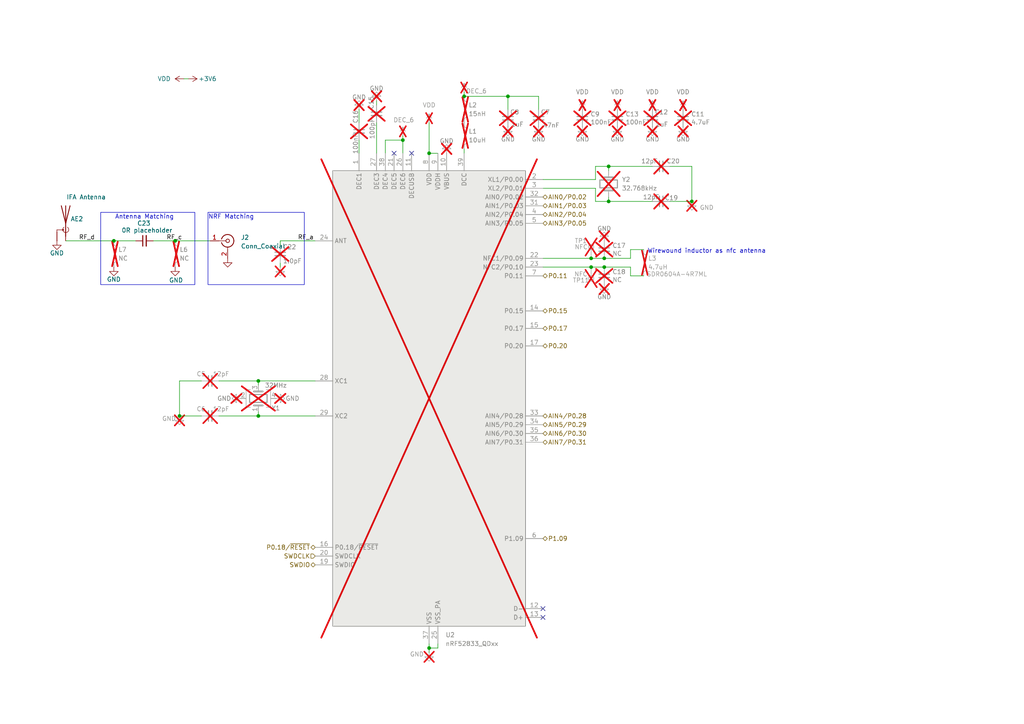
<source format=kicad_sch>
(kicad_sch (version 20231120) (generator "eeschema") (generator_version "8.0")
  (paper "A4")
  (lib_symbols
    (symbol "Connector:Conn_Coaxial" (pin_names (offset 1.016) hide)
      (property "Reference" "J" (at 0.254 3.048 0))
      (property "Value" "Conn_Coaxial" (at 2.921 0 90))
      (symbol "Conn_Coaxial_0_1"
        (arc (start -1.778 -0.508) (mid 0.2311 -1.8066) (end 1.778 0) (stroke (width 0.254)))
        (polyline (pts (xy -2.54 0) (xy -0.508 0)))
        (polyline (pts (xy 0 -2.54) (xy 0 -1.778)))
        (circle (center 0 0) (radius 0.508) (stroke (width 0.2032)))
        (arc (start 1.778 0) (mid 0.2099 1.8101) (end -1.778 0.508) (stroke (width 0.254)))
      )
      (symbol "Conn_Coaxial_1_1"
        (pin passive line (at -5.08 0 0) (length 2.54) (name "In") (number "1"))
        (pin passive line (at 0 -5.08 90) (length 2.54) (name "Ext") (number "2"))
      )
    )
    (symbol "Connector:TestPoint" (pin_numbers hide) (pin_names (offset 0.762) hide)
      (property "Reference" "TP" (at 0 6.858 0))
      (property "Value" "TestPoint" (at 0 5.08 0))
      (symbol "TestPoint_0_1"
        (circle (center 0 3.302) (radius 0.762))
      )
      (symbol "TestPoint_1_1"
        (pin passive line (at 0 0 90) (length 2.54) (name "1") (number "1"))
      )
    )
    (symbol "Device:Antenna_Shield" (pin_numbers hide) (pin_names (offset 1.016) hide)
      (property "Reference" "AE" (at -1.905 4.445 0))
      (property "Value" "Antenna_Shield" (at -1.905 2.54 0))
      (symbol "Antenna_Shield_0_1"
        (arc (start -0.508 -1.143) (mid -0.8429 -2.1194) (end 0 -2.667))
        (arc (start 0 -2.667) (mid 0.7989 -2.1052) (end 0.508 -1.143))
        (polyline (pts (xy 0 -2.54) (xy 0 0)))
        (polyline (pts (xy 0 5.08) (xy 0 -3.81)) (stroke (width 0.254)))
        (polyline (pts (xy 0.762 -1.905) (xy 2.54 -1.905)))
        (polyline (pts (xy 2.54 -2.54) (xy 2.54 -1.905)))
        (polyline (pts (xy 1.27 5.08) (xy 0 0) (xy -1.27 5.08)) (stroke (width 0.254)))
        (circle (center 0.762 -1.905) (radius 0.1778) (fill (type outline)))
      )
      (symbol "Antenna_Shield_1_1"
        (pin input line (at 0 -5.08 90) (length 2.54) (name "A") (number "1"))
        (pin input line (at 2.54 -5.08 90) (length 2.54) (name "Shield") (number "2"))
      )
    )
    (symbol "Device:C_Small" (pin_numbers hide) (pin_names (offset 0.254) hide)
      (property "Reference" "C" (at 0.254 1.778 0))
      (property "Value" "C_Small" (at 0.254 -2.032 0))
      (symbol "C_Small_0_1"
        (polyline (pts (xy -1.524 -0.508) (xy 1.524 -0.508)) (stroke (width 0.3302)))
        (polyline (pts (xy -1.524 0.508) (xy 1.524 0.508)) (stroke (width 0.3048)))
      )
      (symbol "C_Small_1_1"
        (pin passive line (at 0 2.54 270) (length 2.032) (name "~") (number "1"))
        (pin passive line (at 0 -2.54 90) (length 2.032) (name "~") (number "2"))
      )
    )
    (symbol "Device:Crystal" (pin_numbers hide) (pin_names (offset 1.016) hide)
      (property "Reference" "Y" (at 0 3.81 0))
      (property "Value" "Crystal" (at 0 -3.81 0))
      (symbol "Crystal_0_1"
        (rectangle (start -1.143 2.54) (end 1.143 -2.54) (stroke (width 0.3048)))
        (polyline (pts (xy -2.54 0) (xy -1.905 0)))
        (polyline (pts (xy -1.905 -1.27) (xy -1.905 1.27)) (stroke (width 0.508)))
        (polyline (pts (xy 1.905 -1.27) (xy 1.905 1.27)) (stroke (width 0.508)))
        (polyline (pts (xy 2.54 0) (xy 1.905 0)))
      )
      (symbol "Crystal_1_1"
        (pin passive line (at -3.81 0 0) (length 1.27) (name "1") (number "1"))
        (pin passive line (at 3.81 0 180) (length 1.27) (name "2") (number "2"))
      )
    )
    (symbol "Device:Crystal_GND24" (pin_names (offset 1.016) hide)
      (property "Reference" "Y" (at 3.175 5.08 0))
      (property "Value" "Crystal_GND24" (at 3.175 3.175 0))
      (symbol "Crystal_GND24_0_1"
        (rectangle (start -1.143 2.54) (end 1.143 -2.54) (stroke (width 0.3048)))
        (polyline (pts (xy -2.54 0) (xy -2.032 0)))
        (polyline (pts (xy -2.032 -1.27) (xy -2.032 1.27)) (stroke (width 0.508)))
        (polyline (pts (xy 0 -3.81) (xy 0 -3.556)))
        (polyline (pts (xy 0 3.556) (xy 0 3.81)))
        (polyline (pts (xy 2.032 -1.27) (xy 2.032 1.27)) (stroke (width 0.508)))
        (polyline (pts (xy 2.032 0) (xy 2.54 0)))
        (polyline (pts (xy -2.54 -2.286) (xy -2.54 -3.556) (xy 2.54 -3.556) (xy 2.54 -2.286)))
        (polyline (pts (xy -2.54 2.286) (xy -2.54 3.556) (xy 2.54 3.556) (xy 2.54 2.286)))
      )
      (symbol "Crystal_GND24_1_1"
        (pin passive line (at -3.81 0 0) (length 1.27) (name "1") (number "1"))
        (pin passive line (at 0 5.08 270) (length 1.27) (name "2") (number "2"))
        (pin passive line (at 3.81 0 180) (length 1.27) (name "3") (number "3"))
        (pin passive line (at 0 -5.08 90) (length 1.27) (name "4") (number "4"))
      )
    )
    (symbol "Device:L" (pin_numbers hide) (pin_names (offset 1.016) hide)
      (property "Reference" "L" (at -1.27 0 90))
      (property "Value" "L" (at 1.905 0 90))
      (symbol "L_0_1"
        (arc (start 0 -2.54) (mid 0.6323 -1.905) (end 0 -1.27))
        (arc (start 0 -1.27) (mid 0.6323 -0.635) (end 0 0))
        (arc (start 0 0) (mid 0.6323 0.635) (end 0 1.27))
        (arc (start 0 1.27) (mid 0.6323 1.905) (end 0 2.54))
      )
      (symbol "L_1_1"
        (pin passive line (at 0 3.81 270) (length 1.27) (name "1") (number "1"))
        (pin passive line (at 0 -3.81 90) (length 1.27) (name "2") (number "2"))
      )
    )
    (symbol "MCU_Nordic:nRF52833_QDxx"
      (property "Reference" "U" (at 0 5.08 0))
      (property "Value" "nRF52833_QDxx" (at 0 2.54 0))
      (symbol "nRF52833_QDxx_0_1"
        (rectangle (start -27.94 66.04) (end 27.94 -66.04) (stroke (width 0.254)) (fill (type background)))
      )
      (symbol "nRF52833_QDxx_1_1"
        (pin passive line (at -20.32 71.12 270) (length 5.08) (name "DEC1") (number "1"))
        (pin power_in line (at 5.08 71.12 270) (length 5.08) (name "VBUS") (number "10"))
        (pin passive line (at -5.08 71.12 270) (length 5.08) (name "DECUSB") (number "11"))
        (pin bidirectional line (at 33.02 -60.96 180) (length 5.08) (name "D-") (number "12"))
        (pin bidirectional line (at 33.02 -63.5 180) (length 5.08) (name "D+") (number "13"))
        (pin bidirectional line (at 33.02 25.4 180) (length 5.08) (name "P0.15") (number "14"))
        (pin bidirectional line (at 33.02 20.32 180) (length 5.08) (name "P0.17") (number "15"))
        (pin bidirectional line (at -33.02 -43.18 0) (length 5.08) (name "P0.18/~{RESET}") (number "16"))
        (pin bidirectional line (at 33.02 15.24 180) (length 5.08) (name "P0.20") (number "17"))
        (pin passive line (at 0 71.12 270) (length 5.08) hide (name "VDD") (number "18"))
        (pin bidirectional line (at -33.02 -48.26 0) (length 5.08) (name "SWDIO") (number "19"))
        (pin bidirectional line (at 33.02 63.5 180) (length 5.08) (name "XL1/P0.00") (number "2"))
        (pin input line (at -33.02 -45.72 0) (length 5.08) (name "SWDCLK") (number "20"))
        (pin passive line (at -10.16 71.12 270) (length 5.08) (name "DEC5") (number "21"))
        (pin bidirectional line (at 33.02 40.64 180) (length 5.08) (name "NFC1/P0.09") (number "22"))
        (pin bidirectional line (at 33.02 38.1 180) (length 5.08) (name "NFC2/P0.10") (number "23"))
        (pin passive line (at -33.02 45.72 0) (length 5.08) (name "ANT") (number "24"))
        (pin power_in line (at 2.54 -71.12 90) (length 5.08) (name "VSS_PA") (number "25"))
        (pin passive line (at -7.62 71.12 270) (length 5.08) (name "DEC6") (number "26"))
        (pin passive line (at -15.24 71.12 270) (length 5.08) (name "DEC3") (number "27"))
        (pin input line (at -33.02 5.08 0) (length 5.08) (name "XC1") (number "28"))
        (pin input line (at -33.02 -5.08 0) (length 5.08) (name "XC2") (number "29"))
        (pin bidirectional line (at 33.02 60.96 180) (length 5.08) (name "XL2/P0.01") (number "3"))
        (pin passive line (at 0 71.12 270) (length 5.08) hide (name "VDD") (number "30"))
        (pin bidirectional line (at 33.02 55.88 180) (length 5.08) (name "AIN1/P0.03") (number "31"))
        (pin bidirectional line (at 33.02 58.42 180) (length 5.08) (name "AIN0/P0.02") (number "32"))
        (pin bidirectional line (at 33.02 -5.08 180) (length 5.08) (name "AIN4/P0.28") (number "33"))
        (pin bidirectional line (at 33.02 -7.62 180) (length 5.08) (name "AIN5/P0.29") (number "34"))
        (pin bidirectional line (at 33.02 -10.16 180) (length 5.08) (name "AIN6/P0.30") (number "35"))
        (pin bidirectional line (at 33.02 -12.7 180) (length 5.08) (name "AIN7/P0.31") (number "36"))
        (pin power_in line (at 0 -71.12 90) (length 5.08) (name "VSS") (number "37"))
        (pin passive line (at -12.7 71.12 270) (length 5.08) (name "DEC4") (number "38"))
        (pin power_out line (at 10.16 71.12 270) (length 5.08) (name "DCC") (number "39"))
        (pin bidirectional line (at 33.02 53.34 180) (length 5.08) (name "AIN2/P0.04") (number "4"))
        (pin passive line (at 0 71.12 270) (length 5.08) hide (name "VDD") (number "40"))
        (pin passive line (at 0 -71.12 90) (length 5.08) hide (name "VSS") (number "41"))
        (pin bidirectional line (at 33.02 50.8 180) (length 5.08) (name "AIN3/P0.05") (number "5"))
        (pin bidirectional line (at 33.02 -40.64 180) (length 5.08) (name "P1.09") (number "6"))
        (pin bidirectional line (at 33.02 35.56 180) (length 5.08) (name "P0.11") (number "7"))
        (pin power_in line (at 0 71.12 270) (length 5.08) (name "VDD") (number "8"))
        (pin power_in line (at 2.54 71.12 270) (length 5.08) (name "VDDH") (number "9"))
      )
    )
    (symbol "power:+3V0" (power) (pin_names (offset 0))
      (property "Value" "+3V0" (at 0 3.556 0))
      (symbol "+3V0_0_1"
        (polyline (pts (xy -0.762 1.27) (xy 0 2.54)))
        (polyline (pts (xy 0 0) (xy 0 2.54)))
        (polyline (pts (xy 0 2.54) (xy 0.762 1.27)))
      )
      (symbol "+3V0_1_1"
        (pin power_in line (at 0 0 90) (length 0) hide (name "+3V0") (number "1"))
      )
    )
    (symbol "power:GND" (power) (pin_numbers hide) (pin_names (offset 0) hide)
      (property "Value" "GND" (at 0 -3.81 0))
      (symbol "GND_0_1"
        (polyline (pts (xy 0 0) (xy 0 -1.27) (xy 1.27 -1.27) (xy 0 -2.54) (xy -1.27 -1.27) (xy 0 -1.27)))
      )
      (symbol "GND_1_1"
        (pin power_in line (at 0 0 270) (length 0) (name "~") (number "1"))
      )
    )
    (symbol "power:VDD" (power) (pin_numbers hide) (pin_names (offset 0) hide)
      (property "Value" "VDD" (at 0 3.556 0))
      (symbol "VDD_0_1"
        (polyline (pts (xy -0.762 1.27) (xy 0 2.54)))
        (polyline (pts (xy 0 0) (xy 0 2.54)))
        (polyline (pts (xy 0 2.54) (xy 0.762 1.27)))
      )
      (symbol "VDD_1_1"
        (pin power_in line (at 0 0 90) (length 0) (name "~") (number "1"))
      )
    )
  )
  (junction (at 74.93 120.65))
  (junction (at 175.26 74.93))
  (junction (at 50.8 69.85))
  (junction (at 176.53 58.42))
  (junction (at 52.07 120.65))
  (junction (at 147.32 27.94))
  (junction (at 175.26 77.47))
  (junction (at 171.45 74.93))
  (junction (at 200.66 58.42))
  (junction (at 33.02 69.85))
  (junction (at 124.46 44.45))
  (junction (at 171.45 77.47))
  (junction (at 176.53 48.26))
  (junction (at 74.93 110.49))
  (junction (at 134.62 27.94))
  (junction (at 124.46 187.96))
  (junction (at 116.84 40.64))
  (no_connect (at 114.3 44.45))
  (no_connect (at 119.38 44.45))
  (no_connect (at 157.48 179.07))
  (no_connect (at 157.48 176.53))
  (wire (pts (xy 116.84 40.64) (xy 116.84 44.45)))
  (wire (pts (xy 157.48 54.61) (xy 172.72 54.61)))
  (wire (pts (xy 175.26 77.47) (xy 182.88 77.47)))
  (wire (pts (xy 156.21 27.94) (xy 156.21 31.75)))
  (wire (pts (xy 176.53 48.26) (xy 189.23 48.26)))
  (wire (pts (xy 124.46 187.96) (xy 124.46 186.69)))
  (wire (pts (xy 176.53 49.53) (xy 176.53 48.26)))
  (wire (pts (xy 134.62 26.67) (xy 134.62 27.94)))
  (wire (pts (xy 54.61 22.86) (xy 53.34 22.86)))
  (wire (pts (xy 50.8 69.85) (xy 60.96 69.85)))
  (wire (pts (xy 171.45 77.47) (xy 175.26 77.47)))
  (wire (pts (xy 124.46 35.56) (xy 124.46 44.45)))
  (wire (pts (xy 116.84 39.37) (xy 116.84 40.64)))
  (wire (pts (xy 52.07 120.65) (xy 58.42 120.65)))
  (wire (pts (xy 19.05 69.85) (xy 33.02 69.85)))
  (wire (pts (xy 74.93 110.49) (xy 74.93 111.76)))
  (wire (pts (xy 147.32 27.94) (xy 156.21 27.94)))
  (wire (pts (xy 109.22 35.56) (xy 109.22 44.45)))
  (wire (pts (xy 157.48 77.47) (xy 171.45 77.47)))
  (wire (pts (xy 81.28 69.85) (xy 91.44 69.85)))
  (wire (pts (xy 33.02 69.85) (xy 39.37 69.85)))
  (wire (pts (xy 74.93 120.65) (xy 91.44 120.65)))
  (wire (pts (xy 111.76 40.64) (xy 116.84 40.64)))
  (wire (pts (xy 175.26 74.93) (xy 182.88 74.93)))
  (wire (pts (xy 171.45 74.93) (xy 175.26 74.93)))
  (wire (pts (xy 63.5 110.49) (xy 74.93 110.49)))
  (wire (pts (xy 157.48 74.93) (xy 171.45 74.93)))
  (wire (pts (xy 127 186.69) (xy 127 187.96)))
  (wire (pts (xy 134.62 43.18) (xy 134.62 44.45)))
  (wire (pts (xy 172.72 52.07) (xy 172.72 48.26)))
  (wire (pts (xy 172.72 48.26) (xy 176.53 48.26)))
  (wire (pts (xy 176.53 58.42) (xy 189.23 58.42)))
  (wire (pts (xy 63.5 120.65) (xy 74.93 120.65)))
  (wire (pts (xy 172.72 58.42) (xy 176.53 58.42)))
  (wire (pts (xy 124.46 44.45) (xy 127 44.45)))
  (wire (pts (xy 134.62 27.94) (xy 147.32 27.94)))
  (wire (pts (xy 104.14 31.75) (xy 104.14 35.56)))
  (wire (pts (xy 124.46 187.96) (xy 127 187.96)))
  (wire (pts (xy 182.88 74.93) (xy 182.88 72.39)))
  (wire (pts (xy 147.32 27.94) (xy 147.32 31.75)))
  (wire (pts (xy 91.44 110.49) (xy 74.93 110.49)))
  (wire (pts (xy 200.66 58.42) (xy 200.66 48.26)))
  (wire (pts (xy 104.14 40.64) (xy 104.14 44.45)))
  (wire (pts (xy 182.88 72.39) (xy 186.69 72.39)))
  (wire (pts (xy 109.22 29.21) (xy 109.22 30.48)))
  (wire (pts (xy 58.42 110.49) (xy 52.07 110.49)))
  (wire (pts (xy 74.93 119.38) (xy 74.93 120.65)))
  (wire (pts (xy 52.07 110.49) (xy 52.07 120.65)))
  (wire (pts (xy 111.76 40.64) (xy 111.76 44.45)))
  (wire (pts (xy 44.45 69.85) (xy 50.8 69.85)))
  (wire (pts (xy 81.28 71.12) (xy 81.28 69.85)))
  (wire (pts (xy 194.31 58.42) (xy 200.66 58.42)))
  (wire (pts (xy 157.48 52.07) (xy 172.72 52.07)))
  (wire (pts (xy 176.53 58.42) (xy 176.53 57.15)))
  (wire (pts (xy 81.28 77.47) (xy 81.28 76.2)))
  (wire (pts (xy 182.88 80.01) (xy 186.69 80.01)))
  (wire (pts (xy 124.46 189.23) (xy 124.46 187.96)))
  (wire (pts (xy 172.72 54.61) (xy 172.72 58.42)))
  (wire (pts (xy 182.88 77.47) (xy 182.88 80.01)))
  (wire (pts (xy 200.66 48.26) (xy 194.31 48.26)))
  (rectangle (start 29.21 61.595) (end 56.515 82.55))
  (rectangle (start 60.325 61.595) (end 88.265 82.55))
  (text "Wirewound inductor as nfc antenna" (at 204.978 72.898 0) (effects (font (size 1.27 1.27))))
  (text "NRF Matching" (at 67.056 62.992 0) (effects (font (size 1.27 1.27))))
  (text "Antenna Matching" (at 41.91 62.992 0) (effects (font (size 1.27 1.27))))
  (label "RF_c" (at 48.26 69.85 0))
  (label "RF_a" (at 86.36 69.85 0))
  (label "RF_d" (at 22.86 69.85 0))
  (hierarchical_label "P0.11" (shape bidirectional) (at 157.48 80.01 0))
  (hierarchical_label "P0.20" (shape bidirectional) (at 157.48 100.33 0))
  (hierarchical_label "AIN1/P0.03" (shape bidirectional) (at 157.48 59.69 0))
  (hierarchical_label "AIN3/P0.05" (shape bidirectional) (at 157.48 64.77 0))
  (hierarchical_label "AIN0{slash}P0.02" (shape bidirectional) (at 157.48 57.15 0))
  (hierarchical_label "AIN2/P0.04" (shape bidirectional) (at 157.48 62.23 0))
  (hierarchical_label "AIN5/P0.29" (shape bidirectional) (at 157.48 123.19 0))
  (hierarchical_label "P0.15" (shape bidirectional) (at 157.48 90.17 0))
  (hierarchical_label "P0.17" (shape bidirectional) (at 157.48 95.25 0))
  (hierarchical_label "P0.18/~{RESET}" (shape bidirectional) (at 91.44 158.75 180))
  (hierarchical_label "SWDIO" (shape bidirectional) (at 91.44 163.83 180))
  (hierarchical_label "SWDCLK" (shape input) (at 91.44 161.29 180))
  (hierarchical_label "AIN7/P0.31" (shape bidirectional) (at 157.48 128.27 0))
  (hierarchical_label "AIN6/P0.30" (shape bidirectional) (at 157.48 125.73 0))
  (hierarchical_label "AIN4/P0.28" (shape bidirectional) (at 157.48 120.65 0))
  (hierarchical_label "P1.09" (shape bidirectional) (at 157.48 156.21 0))
  (symbol (lib_id "power:VDD") (at 53.34 22.86 90) (unit 1)
    (property "Reference" "#PWR046" (effects (hide yes)))
    (property "Value" "VDD" (at 49.53 22.8599 90) (effects (justify left)))
    (property "Description" "Power symbol creates a global label with name \"VDD\"" (effects (hide yes)))
  )
  (symbol (lib_id "Device:C_Small") (at 175.26 72.39 0) (unit 1) (dnp yes)
    (property "Reference" "C17" (at 177.5968 71.2216 0) (effects (justify left)))
    (property "Value" "NC" (at 177.5968 73.533 0) (effects (justify left)))
    (property "Footprint" "Capacitor_SMD:C_0402_1005Metric" (effects (hide yes)))
  )
  (symbol (lib_id "Device:C_Small") (at 156.21 34.29 180) (unit 1) (dnp yes)
    (property "Reference" "C7" (at 159.512 32.512 0) (effects (justify left)))
    (property "Value" "47nF" (at 162.306 36.322 0) (effects (justify left)))
    (property "Footprint" "Capacitor_SMD:C_0402_1005Metric" (effects (hide yes)))
  )
  (symbol (lib_id "power:GND") (at 175.26 69.85 180) (unit 1) (dnp yes)
    (property "Reference" "#PWR039" (effects (hide yes)))
    (property "Value" "GND" (at 175.26 66.294 0))
    (property "Description" "Power symbol creates a global label with name \"GND\" , ground" (effects (hide yes)))
  )
  (symbol (lib_id "Device:C_Small") (at 189.23 34.29 180) (unit 1) (dnp yes)
    (property "Reference" "C12" (at 193.802 32.512 0) (effects (justify left)))
    (property "Value" "1uF" (at 193.802 36.068 0) (effects (justify left)))
    (property "Footprint" "Capacitor_SMD:C_0402_1005Metric" (effects (hide yes)))
  )
  (symbol (lib_id "power:VDD") (at 134.62 26.67 0) (unit 1) (dnp yes)
    (property "Reference" "#PWR022" (effects (hide yes)))
    (property "Value" "DEC_6" (at 138.176 26.416 0))
    (property "Description" "Power symbol creates a global label with name \"VDD\"" (effects (hide yes)))
  )
  (symbol (lib_id "power:GND") (at 200.66 58.42 0) (unit 1) (dnp yes)
    (property "Reference" "#PWR042" (effects (hide yes)))
    (property "Value" "GND" (at 204.978 60.198 0))
    (property "Description" "Power symbol creates a global label with name \"GND\" , ground" (effects (hide yes)))
  )
  (symbol (lib_id "Connector:TestPoint") (at 171.45 74.93 0) (unit 1) (in_bom no) (dnp yes)
    (property "Reference" "TP1" (at 166.624 69.85 0) (effects (justify left)))
    (property "Value" "NFC" (at 166.624 71.628 0) (effects (justify left)))
    (property "Footprint" "TestPoint:TestPoint_Pad_D1.0mm" (effects (hide yes)))
  )
  (symbol (lib_id "power:GND") (at 33.02 77.47 0) (unit 1)
    (property "Reference" "#PWR060" (effects (hide yes)))
    (property "Value" "GND" (at 33.02 81.026 0))
    (property "Description" "Power symbol creates a global label with name \"GND\" , ground" (effects (hide yes)))
  )
  (symbol (lib_id "power:GND") (at 147.32 36.83 0) (unit 1) (dnp yes)
    (property "Reference" "#PWR025" (effects (hide yes)))
    (property "Value" "GND" (at 147.32 40.386 0))
    (property "Description" "Power symbol creates a global label with name \"GND\" , ground" (effects (hide yes)))
  )
  (symbol (lib_id "Device:C_Small") (at 81.28 73.66 0) (unit 1) (dnp yes)
    (property "Reference" "C22" (at 82.042 71.628 0) (effects (justify left)))
    (property "Value" "1.0pF" (at 82.042 75.692 0) (effects (justify left)))
    (property "Footprint" "Capacitor_SMD:C_0402_1005Metric" (effects (hide yes)))
    (property "MPN" "GJM1555C1H1R0WB01D" (effects (hide yes)))
  )
  (symbol (lib_id "power:GND") (at 81.28 77.47 0) (unit 1) (dnp yes)
    (property "Reference" "#PWR044" (effects (hide yes)))
    (property "Value" "GND" (effects (hide yes)))
    (property "Description" "Power symbol creates a global label with name \"GND\" , ground" (effects (hide yes)))
  )
  (symbol (lib_id "power:GND") (at 66.04 74.93 0) (unit 1)
    (property "Reference" "#PWR043" (effects (hide yes)))
    (property "Value" "GND" (effects (hide yes)))
    (property "Description" "Power symbol creates a global label with name \"GND\" , ground" (effects (hide yes)))
  )
  (symbol (lib_id "power:GND") (at 69.85 115.57 270) (unit 1) (dnp yes)
    (property "Reference" "#PWR051" (effects (hide yes)))
    (property "Value" "GND" (at 65.024 115.57 90))
    (property "Description" "Power symbol creates a global label with name \"GND\" , ground" (effects (hide yes)))
  )
  (symbol (lib_id "power:GND") (at 129.54 44.45 180) (unit 1) (dnp yes)
    (property "Reference" "#PWR023" (effects (hide yes)))
    (property "Value" "GND" (at 129.54 40.894 0))
    (property "Description" "Power symbol creates a global label with name \"GND\" , ground" (effects (hide yes)))
  )
  (symbol (lib_id "Device:C_Small") (at 104.14 38.1 0) (unit 1) (dnp yes)
    (property "Reference" "C16" (at 103.124 35.814 90) (effects (justify left)))
    (property "Value" "100nF" (at 103.124 44.704 90) (effects (justify left)))
    (property "Footprint" "Capacitor_SMD:C_0402_1005Metric" (effects (hide yes)))
  )
  (symbol (lib_id "power:GND") (at 198.12 36.83 0) (unit 1) (dnp yes)
    (property "Reference" "#PWR032" (effects (hide yes)))
    (property "Value" "GND" (at 198.12 40.386 0))
    (property "Description" "Power symbol creates a global label with name \"GND\" , ground" (effects (hide yes)))
  )
  (symbol (lib_id "Device:C_Small") (at 191.77 58.42 270) (unit 1) (dnp yes)
    (property "Reference" "C19" (at 192.786 57.404 90) (effects (justify left)))
    (property "Value" "12pF" (at 186.436 57.15 90) (effects (justify left)))
    (property "Footprint" "Capacitor_SMD:C_0402_1005Metric" (effects (hide yes)))
  )
  (symbol (lib_id "Device:Antenna_Shield") (at 19.05 64.77 0) (mirror y) (unit 1) (in_bom no)
    (property "Reference" "AE2" (at 24.13 63.5 0) (effects (justify left)))
    (property "Value" "IFA Antenna" (at 30.734 57.15 0) (effects (justify left)))
    (property "Footprint" "Soilsense:IFA-0.12mm" (effects (hide yes)))
    (property "Description" "IFA Antenna" (effects (hide yes)))
  )
  (symbol (lib_id "MCU_Nordic:nRF52833_QDxx") (at 124.46 115.57 0) (unit 1) (dnp yes)
    (property "Reference" "U2" (at 129.1941 184.15 0) (effects (justify left)))
    (property "Value" "nRF52833_QDxx" (at 129.1941 186.69 0) (effects (justify left)))
    (property "Footprint" "Soilsense:QFN-40-1EP_5x5mm_P0.4mm_EP3.6x3.6mm_ThermalVias" (effects (hide yes)))
    (property "Datasheet" "https://infocenter.nordicsemi.com/pdf/nRF52833_PS_v1.5.pdf" (effects (hide yes)))
    (property "Description" "Multiprotocol BLE/ANT/2.4 GHz/802.15.4 Cortex-M4F SoC, QFN-40" (effects (hide yes)))
    (property "MPN" "nRF52833_QDAA" (effects (hide yes)))
  )
  (symbol (lib_id "Device:L") (at 134.62 31.75 0) (unit 1) (dnp yes)
    (property "Reference" "L2" (at 135.89 30.4799 0) (effects (justify left)))
    (property "Value" "15nH" (at 135.89 33.0199 0) (effects (justify left)))
    (property "Footprint" "Inductor_SMD:L_0402_1005Metric" (effects (hide yes)))
    (property "Description" "Inductor" (effects (hide yes)))
  )
  (symbol (lib_id "power:GND") (at 80.01 115.57 90) (unit 1) (dnp yes)
    (property "Reference" "#PWR050" (effects (hide yes)))
    (property "Value" "GND" (at 84.836 115.57 90))
    (property "Description" "Power symbol creates a global label with name \"GND\" , ground" (effects (hide yes)))
  )
  (symbol (lib_id "power:GND") (at 189.23 36.83 0) (unit 1) (dnp yes)
    (property "Reference" "#PWR033" (effects (hide yes)))
    (property "Value" "GND" (at 189.23 40.386 0))
    (property "Description" "Power symbol creates a global label with name \"GND\" , ground" (effects (hide yes)))
  )
  (symbol (lib_id "power:GND") (at 175.26 82.55 0) (unit 1) (dnp yes)
    (property "Reference" "#PWR041" (effects (hide yes)))
    (property "Value" "GND" (at 175.26 86.106 0))
    (property "Description" "Power symbol creates a global label with name \"GND\" , ground" (effects (hide yes)))
  )
  (symbol (lib_id "Device:C_Small") (at 198.12 34.29 0) (unit 1) (dnp yes)
    (property "Reference" "C11" (at 200.4568 33.1216 0) (effects (justify left)))
    (property "Value" "4.7uF" (at 200.4568 35.433 0) (effects (justify left)))
    (property "Footprint" "Capacitor_SMD:C_0603_1608Metric" (effects (hide yes)))
  )
  (symbol (lib_id "power:VDD") (at 168.91 31.75 0) (unit 1) (dnp yes)
    (property "Reference" "#PWR027" (effects (hide yes)))
    (property "Value" "VDD" (at 168.91 26.67 0))
    (property "Description" "Power symbol creates a global label with name \"VDD\"" (effects (hide yes)))
  )
  (symbol (lib_id "power:GND") (at 168.91 36.83 0) (unit 1) (dnp yes)
    (property "Reference" "#PWR028" (effects (hide yes)))
    (property "Value" "GND" (at 168.91 40.386 0))
    (property "Description" "Power symbol creates a global label with name \"GND\" , ground" (effects (hide yes)))
  )
  (symbol (lib_id "power:GND") (at 52.07 120.65 0) (unit 1) (dnp yes)
    (property "Reference" "#PWR020" (effects (hide yes)))
    (property "Value" "GND" (at 49.022 121.412 0))
    (property "Description" "Power symbol creates a global label with name \"GND\" , ground" (effects (hide yes)))
  )
  (symbol (lib_id "Device:C_Small") (at 60.96 120.65 90) (unit 1) (dnp yes)
    (property "Reference" "C6" (at 59.69 118.618 90) (effects (justify left)))
    (property "Value" "12pF" (at 66.548 118.618 90) (effects (justify left)))
    (property "Footprint" "Capacitor_SMD:C_0402_1005Metric" (effects (hide yes)))
  )
  (symbol (lib_id "power:GND") (at 179.07 36.83 0) (unit 1) (dnp yes)
    (property "Reference" "#PWR036" (effects (hide yes)))
    (property "Value" "GND" (at 179.07 40.386 0))
    (property "Description" "Power symbol creates a global label with name \"GND\" , ground" (effects (hide yes)))
  )
  (symbol (lib_id "power:VDD") (at 189.23 31.75 0) (unit 1) (dnp yes)
    (property "Reference" "#PWR034" (effects (hide yes)))
    (property "Value" "VDD" (at 189.23 26.67 0))
    (property "Description" "Power symbol creates a global label with name \"VDD\"" (effects (hide yes)))
  )
  (symbol (lib_id "power:GND") (at 109.22 29.21 180) (unit 1) (dnp yes)
    (property "Reference" "#PWR037" (effects (hide yes)))
    (property "Value" "GND" (at 109.22 25.654 0))
    (property "Description" "Power symbol creates a global label with name \"GND\" , ground" (effects (hide yes)))
  )
  (symbol (lib_id "Device:C_Small") (at 168.91 34.29 0) (unit 1) (dnp yes)
    (property "Reference" "C9" (at 171.2468 33.1216 0) (effects (justify left)))
    (property "Value" "100nF" (at 171.2468 35.433 0) (effects (justify left)))
    (property "Footprint" "Capacitor_SMD:C_0402_1005Metric" (effects (hide yes)))
  )
  (symbol (lib_id "Device:C_Small") (at 41.91 69.85 90) (unit 1)
    (property "Reference" "C23" (at 43.688 64.77 90) (effects (justify left)))
    (property "Value" "0R placeholder" (at 50.038 66.802 90) (effects (justify left)))
    (property "Footprint" "Capacitor_SMD:C_0603_1608Metric" (effects (hide yes)))
  )
  (symbol (lib_id "power:GND") (at 16.51 69.85 0) (unit 1)
    (property "Reference" "#PWR061" (effects (hide yes)))
    (property "Value" "GND" (at 16.51 73.406 0))
    (property "Description" "Power symbol creates a global label with name \"GND\" , ground" (effects (hide yes)))
  )
  (symbol (lib_id "power:GND") (at 124.46 189.23 0) (unit 1) (dnp yes)
    (property "Reference" "#PWR040" (effects (hide yes)))
    (property "Value" "GND" (at 120.904 189.738 0))
    (property "Description" "Power symbol creates a global label with name \"GND\" , ground" (effects (hide yes)))
  )
  (symbol (lib_id "Device:Crystal") (at 176.53 53.34 270) (unit 1) (dnp yes)
    (property "Reference" "Y2" (at 180.34 52.0699 90) (effects (justify left)))
    (property "Value" "32.768kHz" (at 180.34 54.6099 90) (effects (justify left)))
    (property "Footprint" "Crystal:Crystal_SMD_2012-2Pin_2.0x1.2mm" (effects (hide yes)))
    (property "Description" "Two pin crystal" (effects (hide yes)))
    (property "MPN" "CM8V-T1A-32.768KHZ-9PF-20PPM-TA-QC" (effects (hide yes)))
  )
  (symbol (lib_id "Device:Crystal_GND24") (at 74.93 115.57 90) (unit 1) (dnp yes)
    (property "Reference" "Y1" (at 80.01 118.364 90))
    (property "Value" "32MHz" (at 80.01 111.76 90))
    (property "Footprint" "Crystal:Crystal_SMD_2016-4Pin_2.0x1.6mm" (effects (hide yes)))
    (property "Description" "Four pin crystal, GND on pins 2 and 4" (effects (hide yes)))
    (property "MPN" "XRCGB32M000F2P01R0" (effects (hide yes)))
  )
  (symbol (lib_id "Connector:TestPoint") (at 171.45 77.47 180) (unit 1) (in_bom no) (dnp yes)
    (property "Reference" "TP11" (at 170.942 81.28 0) (effects (justify left)))
    (property "Value" "NFC" (at 170.434 79.502 0) (effects (justify left)))
    (property "Footprint" "TestPoint:TestPoint_Pad_D1.0mm" (effects (hide yes)))
  )
  (symbol (lib_id "Connector:Conn_Coaxial") (at 66.04 69.85 0) (unit 1)
    (property "Reference" "J2" (at 69.85 68.8731 0) (effects (justify left)))
    (property "Value" "Conn_Coaxial" (at 69.85 71.4131 0) (effects (justify left)))
    (property "Footprint" "Soilsense:U.FL_Hirose_U.FL-R-SMT-1_Vertical" (effects (hide yes)))
    (property "Description" "coaxial connector (BNC, SMA, SMB, SMC, Cinch/RCA, LEMO, ...)" (effects (hide yes)))
  )
  (symbol (lib_id "power:VDD") (at 179.07 31.75 0) (unit 1) (dnp yes)
    (property "Reference" "#PWR035" (effects (hide yes)))
    (property "Value" "VDD" (at 179.07 26.67 0))
    (property "Description" "Power symbol creates a global label with name \"VDD\"" (effects (hide yes)))
  )
  (symbol (lib_id "Device:L") (at 186.69 76.2 0) (unit 1) (dnp yes)
    (property "Reference" "L3" (at 187.96 74.9299 0) (effects (justify left)))
    (property "Value" "4.7uH" (at 187.96 77.4699 0) (effects (justify left)))
    (property "Footprint" "inductor:L_Bourns_SDSS604A" (effects (hide yes)))
    (property "Description" "Inductor" (effects (hide yes)))
    (property "MPN" "SDR0604A-4R7ML" (at 196.342 79.502 0))
  )
  (symbol (lib_id "power:GND") (at 104.14 31.75 180) (unit 1) (dnp yes)
    (property "Reference" "#PWR038" (effects (hide yes)))
    (property "Value" "GND" (at 104.14 28.194 0))
    (property "Description" "Power symbol creates a global label with name \"GND\" , ground" (effects (hide yes)))
  )
  (symbol (lib_id "Device:C_Small") (at 191.77 48.26 270) (unit 1) (dnp yes)
    (property "Reference" "C20" (at 193.294 46.736 90) (effects (justify left)))
    (property "Value" "12pF" (at 185.928 46.736 90) (effects (justify left)))
    (property "Footprint" "Capacitor_SMD:C_0402_1005Metric" (effects (hide yes)))
  )
  (symbol (lib_id "Device:C_Small") (at 60.96 110.49 90) (unit 1) (dnp yes)
    (property "Reference" "C5" (at 59.69 108.458 90) (effects (justify left)))
    (property "Value" "12pF" (at 66.548 108.458 90) (effects (justify left)))
    (property "Footprint" "Capacitor_SMD:C_0402_1005Metric" (effects (hide yes)))
  )
  (symbol (lib_id "Device:C_Small") (at 175.26 80.01 0) (unit 1) (dnp yes)
    (property "Reference" "C18" (at 177.5968 78.8416 0) (effects (justify left)))
    (property "Value" "NC" (at 177.5968 81.153 0) (effects (justify left)))
    (property "Footprint" "Capacitor_SMD:C_0402_1005Metric" (effects (hide yes)))
  )
  (symbol (lib_id "power:VDD") (at 198.12 31.75 0) (unit 1) (dnp yes)
    (property "Reference" "#PWR031" (effects (hide yes)))
    (property "Value" "VDD" (at 198.12 26.67 0))
    (property "Description" "Power symbol creates a global label with name \"VDD\"" (effects (hide yes)))
  )
  (symbol (lib_id "power:+3V0") (at 54.61 22.86 270) (unit 1)
    (property "Reference" "#PWR047" (effects (hide yes)))
    (property "Value" "+3V6" (at 60.198 22.86 90))
  )
  (symbol (lib_id "power:GND") (at 156.21 36.83 0) (unit 1) (dnp yes)
    (property "Reference" "#PWR026" (effects (hide yes)))
    (property "Value" "GND" (at 156.21 40.386 0))
    (property "Description" "Power symbol creates a global label with name \"GND\" , ground" (effects (hide yes)))
  )
  (symbol (lib_id "Device:L") (at 134.62 39.37 0) (unit 1) (dnp yes)
    (property "Reference" "L1" (at 135.89 38.0999 0) (effects (justify left)))
    (property "Value" "10uH" (at 135.89 40.6399 0) (effects (justify left)))
    (property "Footprint" "Inductor_SMD:L_0603_1608Metric" (effects (hide yes)))
    (property "Description" "Inductor" (effects (hide yes)))
  )
  (symbol (lib_id "Device:C_Small") (at 147.32 34.29 180) (unit 1) (dnp yes)
    (property "Reference" "C8" (at 150.622 32.512 0) (effects (justify left)))
    (property "Value" "1uF" (at 151.892 36.068 0) (effects (justify left)))
    (property "Footprint" "Capacitor_SMD:C_0402_1005Metric" (effects (hide yes)))
  )
  (symbol (lib_id "Device:L") (at 50.8 73.66 0) (unit 1) (dnp yes)
    (property "Reference" "L6" (at 52.07 72.3899 0) (effects (justify left)))
    (property "Value" "NC" (at 52.07 74.9299 0) (effects (justify left)))
    (property "Footprint" "Inductor_SMD:L_0603_1608Metric" (effects (hide yes)))
    (property "Description" "Inductor" (effects (hide yes)))
  )
  (symbol (lib_id "Device:C_Small") (at 109.22 33.02 0) (unit 1) (dnp yes)
    (property "Reference" "C15" (at 107.696 31.75 90) (effects (justify left)))
    (property "Value" "100pF" (at 107.95 40.386 90) (effects (justify left)))
    (property "Footprint" "Capacitor_SMD:C_0402_1005Metric" (effects (hide yes)))
  )
  (symbol (lib_id "Device:L") (at 33.02 73.66 0) (unit 1) (dnp yes)
    (property "Reference" "L7" (at 34.29 72.3899 0) (effects (justify left)))
    (property "Value" "NC" (at 34.29 74.9299 0) (effects (justify left)))
    (property "Footprint" "Inductor_SMD:L_0603_1608Metric" (effects (hide yes)))
    (property "Description" "Inductor" (effects (hide yes)))
  )
  (symbol (lib_id "Device:C_Small") (at 179.07 34.29 0) (unit 1) (dnp yes)
    (property "Reference" "C13" (at 181.4068 33.1216 0) (effects (justify left)))
    (property "Value" "100nF" (at 181.4068 35.433 0) (effects (justify left)))
    (property "Footprint" "Capacitor_SMD:C_0402_1005Metric" (effects (hide yes)))
  )
  (symbol (lib_id "power:GND") (at 50.8 77.47 0) (unit 1)
    (property "Reference" "#PWR045" (effects (hide yes)))
    (property "Value" "GND" (at 51.054 81.28 0))
    (property "Description" "Power symbol creates a global label with name \"GND\" , ground" (effects (hide yes)))
  )
  (symbol (lib_id "power:VDD") (at 124.46 35.56 0) (unit 1) (dnp yes)
    (property "Reference" "#PWR021" (effects (hide yes)))
    (property "Value" "VDD" (at 124.46 30.48 0))
    (property "Description" "Power symbol creates a global label with name \"VDD\"" (effects (hide yes)))
  )
  (symbol (lib_id "power:VDD") (at 116.84 39.37 0) (unit 1) (dnp yes)
    (property "Reference" "#PWR024" (effects (hide yes)))
    (property "Value" "DEC_6" (at 117.094 34.798 0))
    (property "Description" "Power symbol creates a global label with name \"VDD\"" (effects (hide yes)))
  )
)
</source>
